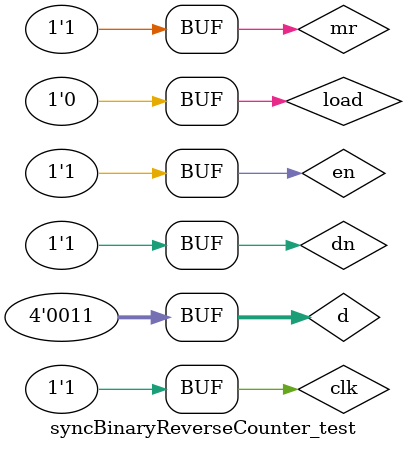
<source format=v>
`timescale 1ns / 1ps


module syncBinaryReverseCounter_test;

	// Inputs
	reg mr;
	reg load;
	reg en;
	reg dn;
	reg clk;
	reg [3:0] d;

	// Outputs
	wire co;
	wire [3:0] q;

	// Instantiate the Unit Under Test (UUT)
	syncBinaryReverseCounter uut (
		.mr(mr), 
		.load(load), 
		.en(en), 
		.dn(dn), 
		.clk(clk), 
		.d(d), 
		.co(co), 
		.q(q)
	);

	initial begin
		// Initialize Inputs
		mr = 0;
		load = 1;
		en = 0;
		dn = 0;
		clk = 0;
		d = 4'b0011;

		// Wait 100 ns for global reset to finish
		#10	clk=1;
		#20	load=0;	en=0;	clk=0;
		#30	load=0;	en=1;	dn=0;	clk=1;
		#40	clk=0;
		#50	clk=1;
		#60	dn=1;clk=0;
		#70	clk=1;
		#80	mr=1;
        
		// Add stimulus here

	end
      
endmodule


</source>
